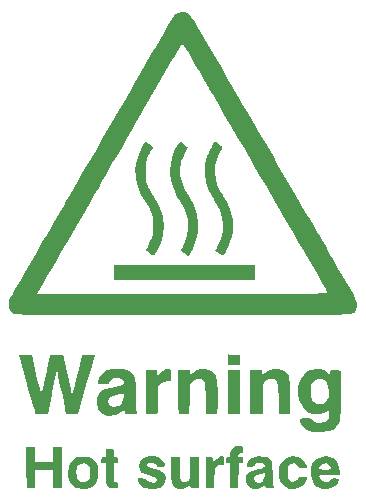
<source format=gto>
%TF.GenerationSoftware,KiCad,Pcbnew,(5.99.0-11336-g5116fa6d12)*%
%TF.CreationDate,2021-08-09T23:44:28+02:00*%
%TF.ProjectId,CautionHot_Sign,43617574-696f-46e4-986f-745f5369676e,rev?*%
%TF.SameCoordinates,Original*%
%TF.FileFunction,Legend,Top*%
%TF.FilePolarity,Positive*%
%FSLAX46Y46*%
G04 Gerber Fmt 4.6, Leading zero omitted, Abs format (unit mm)*
G04 Created by KiCad (PCBNEW (5.99.0-11336-g5116fa6d12)) date 2021-08-09 23:44:28*
%MOMM*%
%LPD*%
G01*
G04 APERTURE LIST*
G04 APERTURE END LIST*
%TO.C,G\u002A\u002A\u002A*%
G36*
X149985153Y-95347028D02*
G01*
X150135792Y-95462350D01*
X150268462Y-95572630D01*
X150445526Y-95732674D01*
X150521673Y-95835426D01*
X150514705Y-95914309D01*
X150477378Y-95964836D01*
X150225339Y-96350484D01*
X150041160Y-96834822D01*
X149930130Y-97380859D01*
X149897538Y-97951606D01*
X149948672Y-98510073D01*
X150054096Y-98925123D01*
X150171128Y-99204120D01*
X150342548Y-99540355D01*
X150535282Y-99869931D01*
X150575587Y-99932648D01*
X150872411Y-100413438D01*
X151086174Y-100834837D01*
X151237198Y-101245322D01*
X151345807Y-101693371D01*
X151370998Y-101829942D01*
X151426370Y-102231444D01*
X151436640Y-102592154D01*
X151398745Y-102966725D01*
X151309620Y-103409810D01*
X151274155Y-103557294D01*
X151198032Y-103797917D01*
X151082393Y-104086872D01*
X150945556Y-104386264D01*
X150805837Y-104658198D01*
X150681554Y-104864781D01*
X150592698Y-104967114D01*
X150505781Y-104946472D01*
X150347042Y-104855410D01*
X150248402Y-104786145D01*
X150073789Y-104654558D01*
X149955951Y-104563157D01*
X149930960Y-104542156D01*
X149951665Y-104468894D01*
X150033735Y-104305107D01*
X150153933Y-104095532D01*
X150413051Y-103531246D01*
X150547210Y-102901473D01*
X150558860Y-102194583D01*
X150557729Y-102177651D01*
X150514348Y-101800861D01*
X150430141Y-101454169D01*
X150291027Y-101102331D01*
X150082921Y-100710098D01*
X149791742Y-100242225D01*
X149772919Y-100213416D01*
X149380794Y-99491564D01*
X149132693Y-98748410D01*
X149029861Y-97992571D01*
X149073541Y-97232662D01*
X149242847Y-96541356D01*
X149339507Y-96291947D01*
X149466325Y-96014816D01*
X149605192Y-95743658D01*
X149737996Y-95512167D01*
X149846627Y-95354038D01*
X149908831Y-95302294D01*
X149985153Y-95347028D01*
G37*
G36*
X147149805Y-95442214D02*
G01*
X147275444Y-95532907D01*
X147449352Y-95671986D01*
X147554542Y-95778100D01*
X147570385Y-95815426D01*
X147327705Y-96289239D01*
X147155606Y-96673306D01*
X147041653Y-97002109D01*
X146973415Y-97310131D01*
X146944497Y-97551326D01*
X146946365Y-98182317D01*
X147067325Y-98786995D01*
X147314974Y-99390931D01*
X147663647Y-99971412D01*
X148073580Y-100690504D01*
X148342930Y-101432941D01*
X148471460Y-102186253D01*
X148458930Y-102937972D01*
X148305103Y-103675628D01*
X148009740Y-104386752D01*
X147756022Y-104807988D01*
X147616663Y-105012800D01*
X147300709Y-104780444D01*
X147127502Y-104642127D01*
X147022584Y-104536887D01*
X147006701Y-104500927D01*
X147048744Y-104415505D01*
X147139387Y-104233719D01*
X147260110Y-103992694D01*
X147276993Y-103959055D01*
X147530921Y-103296125D01*
X147637916Y-102615305D01*
X147596755Y-101924465D01*
X147594952Y-101913765D01*
X147536773Y-101641431D01*
X147450110Y-101372710D01*
X147322192Y-101080275D01*
X147140250Y-100736797D01*
X146891515Y-100314948D01*
X146712139Y-100024441D01*
X146377371Y-99351035D01*
X146173546Y-98627955D01*
X146101676Y-97879298D01*
X146162771Y-97129158D01*
X146357844Y-96401632D01*
X146542354Y-95980621D01*
X146705285Y-95665920D01*
X146823563Y-95469344D01*
X146921122Y-95376278D01*
X147021892Y-95372107D01*
X147149805Y-95442214D01*
G37*
G36*
X144340128Y-95535075D02*
G01*
X144550424Y-95693672D01*
X144650056Y-95799302D01*
X144654046Y-95879790D01*
X144577414Y-95962961D01*
X144573069Y-95966584D01*
X144490845Y-96075070D01*
X144375110Y-96276436D01*
X144255569Y-96517349D01*
X144160832Y-96734689D01*
X144098774Y-96923872D01*
X144062581Y-97126869D01*
X144045438Y-97385648D01*
X144040528Y-97742179D01*
X144040412Y-97842294D01*
X144043703Y-98229535D01*
X144057821Y-98508342D01*
X144089135Y-98719625D01*
X144144013Y-98904296D01*
X144228822Y-99103267D01*
X144240638Y-99128607D01*
X144392417Y-99425875D01*
X144565190Y-99726385D01*
X144664400Y-99880701D01*
X145093558Y-100618843D01*
X145380963Y-101383973D01*
X145467000Y-101746703D01*
X145546763Y-102487388D01*
X145485025Y-103199052D01*
X145279123Y-103900724D01*
X145114366Y-104267626D01*
X144942211Y-104601688D01*
X144813608Y-104815465D01*
X144710508Y-104924799D01*
X144614864Y-104945526D01*
X144508627Y-104893486D01*
X144451294Y-104849525D01*
X144268367Y-104706136D01*
X144120259Y-104596694D01*
X144022183Y-104509628D01*
X144042682Y-104425919D01*
X144098093Y-104360519D01*
X144193079Y-104222741D01*
X144317594Y-103999778D01*
X144425988Y-103779386D01*
X144533678Y-103516316D01*
X144601568Y-103259830D01*
X144640755Y-102954991D01*
X144659531Y-102623471D01*
X144657299Y-102121240D01*
X144599053Y-101684026D01*
X144471860Y-101269272D01*
X144262787Y-100834421D01*
X143969637Y-100353340D01*
X143658932Y-99840243D01*
X143438197Y-99377366D01*
X143287438Y-98913777D01*
X143186662Y-98398544D01*
X143177687Y-98335938D01*
X143149971Y-97612382D01*
X143259434Y-96881693D01*
X143498975Y-96175561D01*
X143779578Y-95649498D01*
X144004843Y-95294292D01*
X144340128Y-95535075D01*
G37*
G36*
X153266589Y-107031118D02*
G01*
X141313647Y-107031118D01*
X141313647Y-105761118D01*
X153266589Y-105761118D01*
X153266589Y-107031118D01*
G37*
G36*
X133149955Y-107537645D02*
G01*
X133441596Y-107031118D01*
X133736596Y-106521915D01*
X133997684Y-106071214D01*
X134238784Y-105654966D01*
X134473823Y-105249126D01*
X134716723Y-104829645D01*
X134981411Y-104372476D01*
X135281811Y-103853571D01*
X135631848Y-103248884D01*
X135961438Y-102679500D01*
X136189638Y-102285062D01*
X136445048Y-101843273D01*
X136686243Y-101425796D01*
X136781916Y-101260088D01*
X136896085Y-101062524D01*
X137076522Y-100750590D01*
X137314593Y-100339199D01*
X137601666Y-99843263D01*
X137929107Y-99277696D01*
X138288282Y-98657408D01*
X138670560Y-97997313D01*
X139067306Y-97312323D01*
X139236328Y-97020530D01*
X139779046Y-96083604D01*
X140257960Y-95256751D01*
X140684177Y-94520766D01*
X141068803Y-93856444D01*
X141422945Y-93244580D01*
X141757707Y-92665971D01*
X142084197Y-92101412D01*
X142413520Y-91531698D01*
X142756783Y-90937625D01*
X143125092Y-90299988D01*
X143529553Y-89599583D01*
X143981272Y-88817206D01*
X144485517Y-87943765D01*
X144855526Y-87305037D01*
X145207543Y-86701608D01*
X145533676Y-86146714D01*
X145826032Y-85653586D01*
X146076721Y-85235459D01*
X146277849Y-84905564D01*
X146421526Y-84677136D01*
X146499860Y-84563408D01*
X146504826Y-84557744D01*
X146732495Y-84411660D01*
X147034488Y-84338439D01*
X147349641Y-84347960D01*
X147513287Y-84394842D01*
X147577097Y-84424653D01*
X147640269Y-84466228D01*
X147709710Y-84530339D01*
X147792330Y-84627756D01*
X147895038Y-84769248D01*
X148024742Y-84965585D01*
X148188350Y-85227538D01*
X148392773Y-85565876D01*
X148644918Y-85991370D01*
X148951695Y-86514788D01*
X149320013Y-87146903D01*
X149717995Y-87831706D01*
X150046368Y-88396919D01*
X150368614Y-88951324D01*
X150672580Y-89474038D01*
X150946120Y-89944178D01*
X151177083Y-90340860D01*
X151353320Y-90643201D01*
X151434731Y-90782588D01*
X151531216Y-90947902D01*
X151696616Y-91231733D01*
X151924738Y-91623436D01*
X152209386Y-92112368D01*
X152544367Y-92687886D01*
X152923485Y-93339345D01*
X153340548Y-94056101D01*
X153789361Y-94827512D01*
X154263728Y-95642932D01*
X154757457Y-96491718D01*
X155173661Y-97207294D01*
X155681163Y-98079800D01*
X156176196Y-98930730D01*
X156652364Y-99749094D01*
X157103267Y-100523903D01*
X157522509Y-101244167D01*
X157903691Y-101898897D01*
X158240416Y-102477105D01*
X158526286Y-102967800D01*
X158754904Y-103359993D01*
X158919870Y-103642696D01*
X159000996Y-103781412D01*
X159245154Y-104198047D01*
X159461163Y-104566969D01*
X159663770Y-104913456D01*
X159867725Y-105262788D01*
X160087773Y-105640243D01*
X160338663Y-106071099D01*
X160635142Y-106580636D01*
X160991233Y-107192886D01*
X161307329Y-107740765D01*
X161551748Y-108178862D01*
X161730625Y-108524946D01*
X161850094Y-108796787D01*
X161916287Y-109012155D01*
X161935338Y-109188819D01*
X161913381Y-109344549D01*
X161856550Y-109497114D01*
X161815450Y-109580713D01*
X161791552Y-109633234D01*
X161772316Y-109681404D01*
X161751479Y-109725408D01*
X161722775Y-109765434D01*
X161679941Y-109801667D01*
X161616712Y-109834293D01*
X161526825Y-109863499D01*
X161404016Y-109889471D01*
X161242020Y-109912396D01*
X161034573Y-109932459D01*
X160775412Y-109949847D01*
X160458272Y-109964745D01*
X160076889Y-109977342D01*
X159624998Y-109987822D01*
X159096337Y-109996371D01*
X158484640Y-110003177D01*
X157783644Y-110008425D01*
X156987085Y-110012302D01*
X156088698Y-110014994D01*
X155082219Y-110016687D01*
X153961385Y-110017567D01*
X152719930Y-110017821D01*
X151351592Y-110017635D01*
X149850106Y-110017195D01*
X148209208Y-110016687D01*
X147161782Y-110016429D01*
X145425707Y-110015930D01*
X143833071Y-110015157D01*
X142377901Y-110014066D01*
X141054224Y-110012613D01*
X139856067Y-110010752D01*
X138777456Y-110008440D01*
X137812421Y-110005631D01*
X136954987Y-110002282D01*
X136199181Y-109998347D01*
X135539031Y-109993782D01*
X134968564Y-109988543D01*
X134481806Y-109982584D01*
X134072786Y-109975862D01*
X133735530Y-109968332D01*
X133464065Y-109959949D01*
X133252419Y-109950668D01*
X133094618Y-109940446D01*
X132984690Y-109929238D01*
X132916661Y-109916998D01*
X132895394Y-109910009D01*
X132647699Y-109724972D01*
X132484584Y-109438316D01*
X132424110Y-109082209D01*
X132424071Y-109070563D01*
X132437971Y-108958129D01*
X132484485Y-108808957D01*
X132571276Y-108607683D01*
X132706008Y-108338948D01*
X132766937Y-108226412D01*
X134818436Y-108226412D01*
X147150799Y-108226412D01*
X148765568Y-108226269D01*
X150237204Y-108225804D01*
X151571985Y-108224965D01*
X152776189Y-108223698D01*
X153856094Y-108221951D01*
X154817978Y-108219670D01*
X155668119Y-108216804D01*
X156412797Y-108213298D01*
X157058287Y-108209101D01*
X157610870Y-108204158D01*
X158076823Y-108198418D01*
X158462424Y-108191828D01*
X158773952Y-108184334D01*
X159017684Y-108175883D01*
X159199898Y-108166423D01*
X159326874Y-108155901D01*
X159404889Y-108144264D01*
X159440220Y-108131459D01*
X159443418Y-108122840D01*
X159401076Y-108045345D01*
X159288439Y-107847417D01*
X159110502Y-107537675D01*
X158872263Y-107124739D01*
X158578719Y-106617227D01*
X158234868Y-106023761D01*
X157845706Y-105352960D01*
X157416231Y-104613443D01*
X156951440Y-103813830D01*
X156456330Y-102962741D01*
X155935898Y-102068795D01*
X155469716Y-101268575D01*
X154873596Y-100245502D01*
X154258339Y-99189347D01*
X153633267Y-98116125D01*
X153007702Y-97041851D01*
X152390966Y-95982540D01*
X151792382Y-94954207D01*
X151221271Y-93972867D01*
X150686957Y-93054536D01*
X150198760Y-92215228D01*
X149766004Y-91470959D01*
X149398009Y-90837744D01*
X149356909Y-90766993D01*
X148959280Y-90083730D01*
X148583532Y-89440488D01*
X148236407Y-88848650D01*
X147924649Y-88319597D01*
X147655000Y-87864709D01*
X147434203Y-87495368D01*
X147269001Y-87222955D01*
X147166138Y-87058851D01*
X147132772Y-87013023D01*
X147119927Y-87019529D01*
X147096969Y-87045432D01*
X147059394Y-87098414D01*
X147002698Y-87186158D01*
X146922376Y-87316345D01*
X146813924Y-87496657D01*
X146672838Y-87734777D01*
X146494613Y-88038385D01*
X146274746Y-88415164D01*
X146008732Y-88872796D01*
X145692066Y-89418963D01*
X145320244Y-90061347D01*
X144888763Y-90807630D01*
X144393117Y-91665493D01*
X143828803Y-92642619D01*
X143630288Y-92986412D01*
X143228150Y-93682746D01*
X142827507Y-94376270D01*
X142438658Y-95049174D01*
X142071901Y-95683643D01*
X141737534Y-96261867D01*
X141445857Y-96766032D01*
X141207167Y-97178326D01*
X141031763Y-97480937D01*
X141017149Y-97506118D01*
X140858724Y-97779382D01*
X140634715Y-98166256D01*
X140354247Y-98650959D01*
X140026445Y-99217709D01*
X139660436Y-99850724D01*
X139265344Y-100534222D01*
X138850295Y-101252422D01*
X138424414Y-101989541D01*
X138101385Y-102548765D01*
X137678872Y-103280233D01*
X137264664Y-103997220D01*
X136867256Y-104685032D01*
X136495141Y-105328971D01*
X136156814Y-105914342D01*
X135860767Y-106426449D01*
X135615495Y-106850595D01*
X135429491Y-107172085D01*
X135327255Y-107348618D01*
X134818436Y-108226412D01*
X132766937Y-108226412D01*
X132896347Y-107987389D01*
X133149955Y-107537645D01*
G37*
G36*
X151268201Y-113356692D02*
G01*
X151532538Y-113368329D01*
X151753794Y-113375368D01*
X151996589Y-113381118D01*
X151996589Y-114277588D01*
X151025412Y-114277588D01*
X151025407Y-113810677D01*
X151025401Y-113343765D01*
X151268201Y-113356692D01*
G37*
G36*
X155570886Y-114660421D02*
G01*
X155793477Y-114776732D01*
X155940432Y-114897016D01*
X156052704Y-115028940D01*
X156134868Y-115193677D01*
X156191500Y-115412398D01*
X156227176Y-115706275D01*
X156246471Y-116096479D01*
X156253960Y-116604182D01*
X156254708Y-116910971D01*
X156254824Y-118386412D01*
X156068059Y-118394416D01*
X155867468Y-118402468D01*
X155619161Y-118411773D01*
X155582471Y-118413093D01*
X155283647Y-118423765D01*
X155277504Y-117303177D01*
X155272321Y-116781510D01*
X155261912Y-116386239D01*
X155244245Y-116094382D01*
X155217287Y-115882956D01*
X155179007Y-115728980D01*
X155127793Y-115610257D01*
X154974630Y-115465739D01*
X154747470Y-115410490D01*
X154488842Y-115440258D01*
X154241271Y-115550788D01*
X154062307Y-115716810D01*
X154005004Y-115804827D01*
X153964143Y-115907776D01*
X153937105Y-116050800D01*
X153921268Y-116259041D01*
X153914011Y-116557642D01*
X153912713Y-116971748D01*
X153913178Y-117147465D01*
X153917360Y-118372777D01*
X153648003Y-118398271D01*
X153384046Y-118409408D01*
X153135853Y-118400355D01*
X152893059Y-118376945D01*
X152893059Y-114651118D01*
X153864236Y-114651118D01*
X153864236Y-115112635D01*
X154086455Y-114925649D01*
X154418548Y-114724335D01*
X154806057Y-114610460D01*
X155204872Y-114587873D01*
X155570886Y-114660421D01*
G37*
G36*
X151996589Y-118373663D02*
G01*
X151025099Y-118423765D01*
X151025255Y-116537441D01*
X151025412Y-114651118D01*
X151996589Y-114651118D01*
X151996589Y-118373663D01*
G37*
G36*
X149126646Y-114603036D02*
G01*
X149523830Y-114712485D01*
X149816638Y-114922114D01*
X149964672Y-115129123D01*
X150012709Y-115284889D01*
X150053402Y-115546638D01*
X150086290Y-115888419D01*
X150110916Y-116284277D01*
X150126819Y-116708260D01*
X150133540Y-117134414D01*
X150130621Y-117536786D01*
X150117602Y-117889424D01*
X150094023Y-118166374D01*
X150059427Y-118341682D01*
X150022389Y-118391392D01*
X149882755Y-118395184D01*
X149656628Y-118399345D01*
X149512618Y-118401414D01*
X149120412Y-118406456D01*
X149099948Y-117073316D01*
X149091508Y-116593576D01*
X149081233Y-116240057D01*
X149066329Y-115989572D01*
X149044005Y-115818934D01*
X149011468Y-115704954D01*
X148965927Y-115624447D01*
X148918837Y-115569177D01*
X148688919Y-115421461D01*
X148420352Y-115406576D01*
X148140096Y-115523120D01*
X148019679Y-115615984D01*
X147775706Y-115833792D01*
X147738353Y-117128778D01*
X147701000Y-118423765D01*
X147319181Y-118427227D01*
X147082890Y-118423981D01*
X146904851Y-118411857D01*
X146852269Y-118402325D01*
X146823218Y-118340099D01*
X146800668Y-118169163D01*
X146784222Y-117880698D01*
X146773482Y-117465884D01*
X146768052Y-116915903D01*
X146767177Y-116512539D01*
X146767177Y-114651118D01*
X147738353Y-114651118D01*
X147738353Y-115114831D01*
X147998227Y-114886659D01*
X148337992Y-114673781D01*
X148738950Y-114585495D01*
X149126646Y-114603036D01*
G37*
G36*
X146108605Y-114596292D02*
G01*
X146163847Y-114685288D01*
X146177000Y-114837883D01*
X146183437Y-115156423D01*
X146183193Y-115401391D01*
X146176960Y-115528912D01*
X146105223Y-115565148D01*
X145931284Y-115594207D01*
X145814636Y-115603340D01*
X145558006Y-115638190D01*
X145376304Y-115730694D01*
X145254383Y-115847313D01*
X145048942Y-116072887D01*
X145048942Y-117229649D01*
X145048320Y-117667824D01*
X145044332Y-117978670D01*
X145033793Y-118184270D01*
X145013516Y-118306708D01*
X144980316Y-118368066D01*
X144931009Y-118390428D01*
X144880853Y-118394928D01*
X144486926Y-118411838D01*
X144226697Y-118415288D01*
X144085050Y-118405155D01*
X144047368Y-118388219D01*
X144042555Y-118305717D01*
X144038765Y-118094592D01*
X144036126Y-117775631D01*
X144034766Y-117369620D01*
X144034814Y-116897345D01*
X144035826Y-116518765D01*
X144042648Y-114688471D01*
X144508442Y-114666230D01*
X144974236Y-114643988D01*
X144974236Y-115260229D01*
X145169899Y-115027696D01*
X145454352Y-114766555D01*
X145765403Y-114610789D01*
X145979055Y-114576412D01*
X146108605Y-114596292D01*
G37*
G36*
X139170816Y-113366358D02*
G01*
X139409172Y-113372052D01*
X139603347Y-113382486D01*
X139705104Y-113396955D01*
X139709894Y-113399947D01*
X139693441Y-113473440D01*
X139640125Y-113674047D01*
X139554534Y-113985333D01*
X139441254Y-114390865D01*
X139304871Y-114874209D01*
X139149973Y-115418930D01*
X139006261Y-115921118D01*
X138288059Y-118423765D01*
X137810702Y-118407094D01*
X137559471Y-118393833D01*
X137374914Y-118375677D01*
X137301214Y-118358293D01*
X137278190Y-118279185D01*
X137230425Y-118073740D01*
X137162278Y-117762169D01*
X137078107Y-117364685D01*
X136982273Y-116901501D01*
X136904094Y-116516859D01*
X136802362Y-116017276D01*
X136709068Y-115568075D01*
X136628555Y-115189448D01*
X136565166Y-114901585D01*
X136523242Y-114724678D01*
X136508383Y-114676834D01*
X136477747Y-114721444D01*
X136439165Y-114870356D01*
X136428132Y-114928762D01*
X136398384Y-115085962D01*
X136343700Y-115362938D01*
X136269414Y-115733149D01*
X136180859Y-116170060D01*
X136083369Y-116647130D01*
X136056031Y-116780236D01*
X135733460Y-118349059D01*
X135226949Y-118386412D01*
X134942464Y-118396607D01*
X134756442Y-118380567D01*
X134696280Y-118349059D01*
X134670597Y-118261873D01*
X134608640Y-118048220D01*
X134515352Y-117725247D01*
X134395677Y-117310100D01*
X134254560Y-116819927D01*
X134096943Y-116271874D01*
X133969317Y-115827736D01*
X133266512Y-113381118D01*
X134354224Y-113381118D01*
X134744315Y-115005971D01*
X134859674Y-115481625D01*
X134966032Y-115911049D01*
X135057696Y-116271990D01*
X135128976Y-116542190D01*
X135174180Y-116699397D01*
X135184596Y-116727537D01*
X135212880Y-116685771D01*
X135265124Y-116516268D01*
X135336635Y-116237927D01*
X135422719Y-115869650D01*
X135518684Y-115430338D01*
X135580900Y-115131490D01*
X135680516Y-114649046D01*
X135771464Y-114217585D01*
X135849190Y-113857977D01*
X135909144Y-113591094D01*
X135946772Y-113437807D01*
X135956531Y-113409214D01*
X136052110Y-113385810D01*
X136247264Y-113374051D01*
X136493183Y-113373061D01*
X136741055Y-113381963D01*
X136942069Y-113399879D01*
X137047414Y-113425933D01*
X137050741Y-113428876D01*
X137081601Y-113518315D01*
X137135816Y-113732030D01*
X137208300Y-114047613D01*
X137293967Y-114442662D01*
X137387731Y-114894769D01*
X137421452Y-115062000D01*
X137516426Y-115532294D01*
X137603755Y-115956852D01*
X137678521Y-116312401D01*
X137735810Y-116575665D01*
X137770703Y-116723369D01*
X137776501Y-116742883D01*
X137804377Y-116705673D01*
X137860739Y-116541241D01*
X137940409Y-116267934D01*
X138038210Y-115904099D01*
X138148964Y-115468085D01*
X138229759Y-115136706D01*
X138346991Y-114651939D01*
X138453879Y-114217303D01*
X138545223Y-113853342D01*
X138615826Y-113580601D01*
X138660491Y-113419624D01*
X138673031Y-113384775D01*
X138754509Y-113372014D01*
X138936516Y-113366110D01*
X139170816Y-113366358D01*
G37*
G36*
X140054997Y-116701674D02*
G01*
X140276596Y-116475222D01*
X140610692Y-116306382D01*
X141071051Y-116183398D01*
X141343150Y-116136868D01*
X141762051Y-116049650D01*
X142035280Y-115933929D01*
X142163964Y-115789022D01*
X142160631Y-115642665D01*
X142028880Y-115446742D01*
X141794919Y-115343955D01*
X141560839Y-115323471D01*
X141282746Y-115368621D01*
X141067598Y-115488316D01*
X140951102Y-115658919D01*
X140940118Y-115734353D01*
X140907985Y-115796880D01*
X140793040Y-115831807D01*
X140567466Y-115845473D01*
X140448594Y-115846412D01*
X139957070Y-115846412D01*
X140007761Y-115603618D01*
X140153619Y-115197132D01*
X140402030Y-114893911D01*
X140756714Y-114691456D01*
X141221390Y-114587269D01*
X141545409Y-114570880D01*
X142072252Y-114598454D01*
X142476912Y-114686652D01*
X142776741Y-114842671D01*
X142989089Y-115073711D01*
X143058069Y-115198431D01*
X143104953Y-115324687D01*
X143138769Y-115491608D01*
X143161392Y-115723089D01*
X143174698Y-116043029D01*
X143180562Y-116475321D01*
X143181294Y-116768440D01*
X143185483Y-117254620D01*
X143197452Y-117648782D01*
X143216302Y-117934623D01*
X143241135Y-118095841D01*
X143256000Y-118124941D01*
X143324739Y-118233032D01*
X143330706Y-118278762D01*
X143295983Y-118337895D01*
X143174552Y-118371641D01*
X142940517Y-118385345D01*
X142809188Y-118386412D01*
X142534521Y-118382798D01*
X142373602Y-118364247D01*
X142290807Y-118319197D01*
X142250513Y-118236084D01*
X142241420Y-118202134D01*
X142195169Y-118017855D01*
X141898825Y-118256003D01*
X141708781Y-118391684D01*
X141525705Y-118468587D01*
X141289062Y-118506719D01*
X141103212Y-118518965D01*
X140794434Y-118523004D01*
X140578898Y-118491916D01*
X140402708Y-118416556D01*
X140364774Y-118393693D01*
X140104184Y-118158755D01*
X139950055Y-117839868D01*
X139894646Y-117420264D01*
X139894236Y-117374443D01*
X139903677Y-117280536D01*
X140865412Y-117280536D01*
X140923397Y-117546052D01*
X141082195Y-117717728D01*
X141319074Y-117785749D01*
X141611302Y-117740299D01*
X141771478Y-117671744D01*
X141987169Y-117483963D01*
X142140996Y-117198883D01*
X142208847Y-116863770D01*
X142210118Y-116811995D01*
X142194377Y-116652878D01*
X142134573Y-116611903D01*
X142088441Y-116624177D01*
X141944432Y-116669590D01*
X141723250Y-116729625D01*
X141621529Y-116755140D01*
X141263832Y-116857293D01*
X141033282Y-116964681D01*
X140907950Y-117092543D01*
X140865904Y-117256117D01*
X140865412Y-117280536D01*
X139903677Y-117280536D01*
X139932132Y-116997495D01*
X140054997Y-116701674D01*
G37*
G36*
X157035596Y-115726434D02*
G01*
X157225610Y-115286080D01*
X157394912Y-115051205D01*
X157686710Y-114788496D01*
X158020534Y-114636285D01*
X158435927Y-114578190D01*
X158540812Y-114576412D01*
X158822477Y-114604269D01*
X159093334Y-114677175D01*
X159314355Y-114779137D01*
X159446507Y-114894160D01*
X159467177Y-114956034D01*
X159524207Y-115022694D01*
X159541883Y-115024647D01*
X159598041Y-114960715D01*
X159616589Y-114837883D01*
X159626312Y-114733667D01*
X159679074Y-114677809D01*
X159810261Y-114655297D01*
X160055261Y-114651118D01*
X160056831Y-114651118D01*
X160346527Y-114667328D01*
X160502761Y-114714739D01*
X160526692Y-114744500D01*
X160534129Y-114841566D01*
X160539965Y-115067460D01*
X160544029Y-115401607D01*
X160546152Y-115823430D01*
X160546163Y-116312355D01*
X160543981Y-116833421D01*
X160539831Y-117432890D01*
X160534604Y-117902751D01*
X160526703Y-118262808D01*
X160514531Y-118532865D01*
X160496489Y-118732724D01*
X160470981Y-118882188D01*
X160436408Y-119001062D01*
X160391174Y-119109149D01*
X160354267Y-119185070D01*
X160142522Y-119493952D01*
X159850704Y-119713051D01*
X159460732Y-119851493D01*
X158954522Y-119918404D01*
X158894993Y-119921599D01*
X158581190Y-119927612D01*
X158297452Y-119917595D01*
X158099957Y-119893730D01*
X158085118Y-119890145D01*
X157695588Y-119738118D01*
X157382479Y-119519168D01*
X157169016Y-119255455D01*
X157078424Y-118969143D01*
X157076868Y-118928030D01*
X157087665Y-118838214D01*
X157142565Y-118787780D01*
X157274770Y-118765465D01*
X157517480Y-118760004D01*
X157572287Y-118759941D01*
X157852616Y-118767227D01*
X158031298Y-118797911D01*
X158155752Y-118865236D01*
X158241073Y-118946706D01*
X158383094Y-119065431D01*
X158558008Y-119120890D01*
X158794652Y-119133471D01*
X159141832Y-119089133D01*
X159375837Y-118949980D01*
X159505945Y-118706804D01*
X159541883Y-118392059D01*
X159541883Y-118017385D01*
X159269987Y-118201899D01*
X159048286Y-118321387D01*
X158801720Y-118376428D01*
X158565145Y-118386412D01*
X158155112Y-118358802D01*
X157839119Y-118265451D01*
X157570391Y-118090580D01*
X157499306Y-118026806D01*
X157222077Y-117668097D01*
X157035887Y-117224352D01*
X156941940Y-116729924D01*
X156941593Y-116374984D01*
X157985429Y-116374984D01*
X157994767Y-116835703D01*
X158085776Y-117176085D01*
X158264182Y-117404462D01*
X158535711Y-117529166D01*
X158799414Y-117559591D01*
X159090696Y-117502825D01*
X159233549Y-117408062D01*
X159406389Y-117194408D01*
X159504434Y-116926750D01*
X159540838Y-116565188D01*
X159541883Y-116472839D01*
X159493354Y-116069074D01*
X159360122Y-115748005D01*
X159160716Y-115522026D01*
X158913669Y-115403534D01*
X158637510Y-115404924D01*
X158350770Y-115538593D01*
X158257321Y-115613542D01*
X158130481Y-115738999D01*
X158054686Y-115864193D01*
X158013342Y-116035594D01*
X157989856Y-116299674D01*
X157985429Y-116374984D01*
X156941593Y-116374984D01*
X156941441Y-116219167D01*
X157035596Y-115726434D01*
G37*
G36*
X152215434Y-121126005D02*
G01*
X152282715Y-121245783D01*
X152295412Y-121411447D01*
X152278549Y-121586900D01*
X152203272Y-121664181D01*
X152089971Y-121687185D01*
X151921044Y-121749086D01*
X151860657Y-121878912D01*
X151866142Y-121996507D01*
X151955564Y-122041611D01*
X152070832Y-122047000D01*
X152229851Y-122060166D01*
X152286118Y-122130670D01*
X152281469Y-122289794D01*
X152245184Y-122460420D01*
X152156887Y-122526333D01*
X152071294Y-122533913D01*
X151884530Y-122535238D01*
X151843074Y-124661706D01*
X151174824Y-124661706D01*
X151174824Y-122569941D01*
X150988059Y-122569941D01*
X150861758Y-122550406D01*
X150810052Y-122462496D01*
X150801294Y-122308471D01*
X150815248Y-122131649D01*
X150878041Y-122059261D01*
X150988059Y-122047000D01*
X151108388Y-122030690D01*
X151161871Y-121953757D01*
X151174757Y-121774200D01*
X151174824Y-121748177D01*
X151225374Y-121456881D01*
X151384398Y-121256997D01*
X151662960Y-121137232D01*
X151799135Y-121110875D01*
X152063922Y-121086899D01*
X152215434Y-121126005D01*
G37*
G36*
X150577057Y-121984774D02*
G01*
X150631606Y-122047654D01*
X150650179Y-122199096D01*
X150651883Y-122345824D01*
X150647554Y-122566882D01*
X150617550Y-122677107D01*
X150536339Y-122715076D01*
X150404691Y-122719353D01*
X150195550Y-122732570D01*
X150047902Y-122787012D01*
X149950163Y-122904866D01*
X149890751Y-123108319D01*
X149858082Y-123419557D01*
X149842366Y-123796422D01*
X149817261Y-124661706D01*
X149157765Y-124661706D01*
X149157765Y-122047000D01*
X149456589Y-122047000D01*
X149648831Y-122056864D01*
X149734292Y-122104791D01*
X149755225Y-122218286D01*
X149755412Y-122241504D01*
X149755412Y-122436008D01*
X150019482Y-122204151D01*
X150218112Y-122063255D01*
X150407879Y-121981004D01*
X150467717Y-121972294D01*
X150577057Y-121984774D01*
G37*
G36*
X140846736Y-121310522D02*
G01*
X141102536Y-121332675D01*
X141242994Y-121390612D01*
X141302044Y-121513792D01*
X141313647Y-121715858D01*
X141321666Y-121921336D01*
X141360870Y-122017934D01*
X141453985Y-122045942D01*
X141500412Y-122047000D01*
X141626713Y-122066536D01*
X141678419Y-122154446D01*
X141687177Y-122308471D01*
X141673223Y-122485293D01*
X141610430Y-122557680D01*
X141500412Y-122569941D01*
X141313647Y-122569941D01*
X141313647Y-124138765D01*
X141500412Y-124138765D01*
X141626713Y-124158300D01*
X141678419Y-124246210D01*
X141687177Y-124400236D01*
X141687177Y-124661706D01*
X141280531Y-124661706D01*
X141026305Y-124650336D01*
X140872350Y-124606044D01*
X140770571Y-124513561D01*
X140757589Y-124495672D01*
X140703630Y-124379712D01*
X140668226Y-124197709D01*
X140648465Y-123923465D01*
X140641433Y-123530782D01*
X140641294Y-123449789D01*
X140641294Y-122569941D01*
X140454530Y-122569941D01*
X140328228Y-122550406D01*
X140276523Y-122462496D01*
X140267765Y-122308471D01*
X140281719Y-122131649D01*
X140344512Y-122059261D01*
X140454530Y-122047000D01*
X140565465Y-122034853D01*
X140620750Y-121972914D01*
X140639552Y-121822934D01*
X140641294Y-121674308D01*
X140646468Y-121453688D01*
X140676124Y-121344900D01*
X140751464Y-121310402D01*
X140846736Y-121310522D01*
G37*
G36*
X134664824Y-122420530D02*
G01*
X136158942Y-122420530D01*
X136158942Y-121150530D01*
X136906000Y-121150530D01*
X136906000Y-124661706D01*
X136158942Y-124661706D01*
X136158942Y-123092883D01*
X134664824Y-123092883D01*
X134664824Y-124661706D01*
X133936461Y-124661706D01*
X133925403Y-122906118D01*
X133914346Y-121150530D01*
X134664824Y-121150530D01*
X134664824Y-122420530D01*
G37*
G36*
X158375508Y-122281426D02*
G01*
X158660379Y-122077255D01*
X158942639Y-121993688D01*
X159289267Y-121978617D01*
X159632780Y-122030254D01*
X159841872Y-122108557D01*
X160091867Y-122314005D01*
X160290606Y-122618877D01*
X160412469Y-122975404D01*
X160438353Y-123220771D01*
X160438353Y-123541118D01*
X159579236Y-123541118D01*
X159208308Y-123543196D01*
X158961883Y-123551996D01*
X158815078Y-123571363D01*
X158743010Y-123605143D01*
X158720797Y-123657182D01*
X158720118Y-123673907D01*
X158761585Y-123834558D01*
X158836413Y-123972731D01*
X158999610Y-124097261D01*
X159223267Y-124146595D01*
X159448297Y-124119500D01*
X159615615Y-124014744D01*
X159633926Y-123989353D01*
X159751010Y-123883472D01*
X159952558Y-123842182D01*
X160041032Y-123839941D01*
X160244067Y-123853272D01*
X160374651Y-123886652D01*
X160392720Y-123901249D01*
X160382432Y-123999183D01*
X160308493Y-124162028D01*
X160288000Y-124197059D01*
X160049317Y-124456139D01*
X159721405Y-124635717D01*
X159346867Y-124726609D01*
X158968303Y-124719630D01*
X158628317Y-124605595D01*
X158567117Y-124568070D01*
X158265546Y-124282911D01*
X158074168Y-123904332D01*
X157995990Y-123517593D01*
X158004861Y-123031437D01*
X158010043Y-123014656D01*
X158734600Y-123014656D01*
X158848057Y-123071397D01*
X159090422Y-123091758D01*
X159205706Y-123092883D01*
X159469078Y-123087959D01*
X159615937Y-123066710D01*
X159679039Y-123019416D01*
X159691294Y-122948807D01*
X159628111Y-122758381D01*
X159468533Y-122627557D01*
X159257515Y-122567528D01*
X159040015Y-122589487D01*
X158860989Y-122704624D01*
X158836413Y-122735976D01*
X158735552Y-122907520D01*
X158734600Y-123014656D01*
X158010043Y-123014656D01*
X158133575Y-122614595D01*
X158375508Y-122281426D01*
G37*
G36*
X156874470Y-122017033D02*
G01*
X157164479Y-122123802D01*
X157270568Y-122199799D01*
X157411292Y-122365155D01*
X157547186Y-122579081D01*
X157645233Y-122783999D01*
X157674236Y-122903718D01*
X157607187Y-122926874D01*
X157436581Y-122941204D01*
X157318421Y-122943471D01*
X157090215Y-122931369D01*
X156963290Y-122882793D01*
X156890614Y-122779340D01*
X156888862Y-122775383D01*
X156755298Y-122633920D01*
X156551770Y-122574220D01*
X156335508Y-122599652D01*
X156163743Y-122713582D01*
X156149863Y-122731889D01*
X156072384Y-122932633D01*
X156035293Y-123217309D01*
X156040260Y-123525538D01*
X156088956Y-123796946D01*
X156118220Y-123875570D01*
X156269224Y-124056975D01*
X156476233Y-124130588D01*
X156691862Y-124096393D01*
X156868728Y-123954373D01*
X156914238Y-123875858D01*
X156990039Y-123759310D01*
X157109967Y-123704779D01*
X157324382Y-123690574D01*
X157344556Y-123690530D01*
X157553534Y-123695403D01*
X157647153Y-123725451D01*
X157659451Y-123803818D01*
X157640014Y-123891414D01*
X157482837Y-124236433D01*
X157222515Y-124501531D01*
X156889018Y-124674637D01*
X156512319Y-124743683D01*
X156122390Y-124696596D01*
X155880129Y-124600149D01*
X155607177Y-124378768D01*
X155416580Y-124065050D01*
X155308297Y-123691301D01*
X155282291Y-123289823D01*
X155338521Y-122892920D01*
X155476948Y-122532898D01*
X155697533Y-122242059D01*
X155883156Y-122106403D01*
X156179934Y-122004707D01*
X156528330Y-121976126D01*
X156874470Y-122017033D01*
G37*
G36*
X152594128Y-123502012D02*
G01*
X152622944Y-123448528D01*
X152772746Y-123324370D01*
X153002087Y-123203364D01*
X153243714Y-123116527D01*
X153394924Y-123092466D01*
X153553156Y-123072673D01*
X153770010Y-123024536D01*
X153808206Y-123014249D01*
X154017491Y-122913976D01*
X154092874Y-122775911D01*
X154027278Y-122616005D01*
X153998706Y-122584883D01*
X153842196Y-122508800D01*
X153639431Y-122504516D01*
X153442260Y-122559676D01*
X153302529Y-122661926D01*
X153266589Y-122759335D01*
X153219520Y-122832064D01*
X153062232Y-122864873D01*
X152930412Y-122868765D01*
X152722191Y-122860268D01*
X152623555Y-122821461D01*
X152595036Y-122732369D01*
X152594236Y-122698623D01*
X152663230Y-122446704D01*
X152850157Y-122215587D01*
X153043296Y-122083926D01*
X153305963Y-122001059D01*
X153630190Y-121973781D01*
X153972601Y-121996765D01*
X154289818Y-122064688D01*
X154538465Y-122172224D01*
X154658204Y-122282172D01*
X154685257Y-122391161D01*
X154713501Y-122618547D01*
X154739943Y-122933370D01*
X154761591Y-123304674D01*
X154765448Y-123391706D01*
X154785284Y-123774685D01*
X154809875Y-124111319D01*
X154836365Y-124369500D01*
X154861896Y-124517121D01*
X154866823Y-124530971D01*
X154884412Y-124607895D01*
X154826619Y-124647074D01*
X154663440Y-124660682D01*
X154544581Y-124661706D01*
X154317351Y-124654026D01*
X154202897Y-124621663D01*
X154164966Y-124550633D01*
X154163059Y-124514546D01*
X154154031Y-124429825D01*
X154104855Y-124420359D01*
X153982392Y-124490701D01*
X153891164Y-124551899D01*
X153552222Y-124710275D01*
X153212501Y-124740549D01*
X152903020Y-124643631D01*
X152737901Y-124518041D01*
X152596901Y-124347829D01*
X152534009Y-124167128D01*
X152521906Y-123939070D01*
X152528249Y-123866762D01*
X153191883Y-123866762D01*
X153250791Y-124068304D01*
X153401904Y-124187118D01*
X153606808Y-124213017D01*
X153827086Y-124135813D01*
X153924855Y-124061149D01*
X154063561Y-123833670D01*
X154088353Y-123657028D01*
X154088353Y-123405230D01*
X153721466Y-123502013D01*
X153446253Y-123580898D01*
X153286707Y-123650520D01*
X153212198Y-123731975D01*
X153192098Y-123846356D01*
X153191883Y-123866762D01*
X152528249Y-123866762D01*
X152543164Y-123696736D01*
X152594128Y-123502012D01*
G37*
G36*
X146916589Y-123003235D02*
G01*
X146923819Y-123482289D01*
X146945683Y-123815687D01*
X146982446Y-124006490D01*
X147006236Y-124049118D01*
X147178806Y-124128734D01*
X147402420Y-124121490D01*
X147611074Y-124033388D01*
X147663647Y-123989353D01*
X147727791Y-123910100D01*
X147770613Y-123805227D01*
X147796295Y-123645473D01*
X147809015Y-123401574D01*
X147812955Y-123044269D01*
X147813059Y-122943471D01*
X147813059Y-122047000D01*
X148560118Y-122047000D01*
X148560118Y-124661706D01*
X148186589Y-124661706D01*
X147945308Y-124647816D01*
X147830238Y-124602258D01*
X147813059Y-124557701D01*
X147785516Y-124504573D01*
X147683635Y-124525598D01*
X147535793Y-124595053D01*
X147160373Y-124718767D01*
X146801335Y-124706999D01*
X146617765Y-124640889D01*
X146450176Y-124525802D01*
X146327766Y-124358440D01*
X146244616Y-124117615D01*
X146194806Y-123782137D01*
X146172418Y-123330818D01*
X146169646Y-123036853D01*
X146169530Y-122047000D01*
X146916589Y-122047000D01*
X146916589Y-123003235D01*
G37*
G36*
X144739292Y-121982646D02*
G01*
X145077793Y-122060708D01*
X145359004Y-122214240D01*
X145537821Y-122426893D01*
X145636423Y-122657079D01*
X145630369Y-122792749D01*
X145508625Y-122855828D01*
X145315446Y-122868765D01*
X145095812Y-122854463D01*
X144981094Y-122800330D01*
X144936938Y-122719527D01*
X144834725Y-122589846D01*
X144659907Y-122517785D01*
X144459319Y-122503392D01*
X144279799Y-122546718D01*
X144168183Y-122647813D01*
X144152471Y-122718690D01*
X144185444Y-122803658D01*
X144296788Y-122883320D01*
X144505139Y-122965527D01*
X144829133Y-123058131D01*
X145139348Y-123134438D01*
X145432683Y-123268600D01*
X145635072Y-123494330D01*
X145719981Y-123780458D01*
X145721015Y-123817698D01*
X145657934Y-124173469D01*
X145478883Y-124450563D01*
X145198008Y-124628661D01*
X145143793Y-124646844D01*
X144784849Y-124715524D01*
X144399424Y-124727680D01*
X144051547Y-124684026D01*
X143890971Y-124632876D01*
X143631081Y-124474007D01*
X143470095Y-124246415D01*
X143407489Y-124071299D01*
X143341136Y-123839941D01*
X143668702Y-123839941D01*
X143931490Y-123868699D01*
X144123354Y-123971970D01*
X144183032Y-124026706D01*
X144418782Y-124175438D01*
X144682837Y-124208904D01*
X144923104Y-124120699D01*
X144926670Y-124118118D01*
X145019475Y-123989738D01*
X144976826Y-123858082D01*
X144810997Y-123742252D01*
X144649054Y-123686067D01*
X144268509Y-123583149D01*
X144003738Y-123500222D01*
X143824592Y-123425171D01*
X143700923Y-123345886D01*
X143624722Y-123274530D01*
X143500495Y-123045282D01*
X143466768Y-122757028D01*
X143529001Y-122473609D01*
X143552121Y-122425580D01*
X143749917Y-122201520D01*
X144038368Y-122053027D01*
X144380488Y-121980077D01*
X144739292Y-121982646D01*
G37*
G36*
X137485814Y-122932125D02*
G01*
X137630284Y-122560261D01*
X137871163Y-122249929D01*
X137976037Y-122163433D01*
X138213627Y-122059444D01*
X138535900Y-122005724D01*
X138888413Y-122002265D01*
X139216719Y-122049057D01*
X139466374Y-122146092D01*
X139491936Y-122163675D01*
X139733408Y-122368612D01*
X139887072Y-122576279D01*
X139971086Y-122828717D01*
X140003614Y-123167968D01*
X140006294Y-123354353D01*
X139990474Y-123745258D01*
X139931034Y-124030823D01*
X139810005Y-124252903D01*
X139609419Y-124453350D01*
X139496609Y-124541542D01*
X139269490Y-124644748D01*
X138955715Y-124706057D01*
X138613159Y-124721457D01*
X138299694Y-124686936D01*
X138138647Y-124635684D01*
X137831481Y-124418479D01*
X137610587Y-124108699D01*
X137477993Y-123737166D01*
X137435828Y-123335677D01*
X138150732Y-123335677D01*
X138171497Y-123564688D01*
X138245056Y-123811453D01*
X138347150Y-123998555D01*
X138364433Y-124017701D01*
X138555376Y-124116311D01*
X138802145Y-124132312D01*
X139037479Y-124067791D01*
X139143010Y-123993520D01*
X139274557Y-123778976D01*
X139339227Y-123497380D01*
X139339337Y-123194504D01*
X139277207Y-122916124D01*
X139155155Y-122708014D01*
X139074749Y-122645866D01*
X138808659Y-122571098D01*
X138546680Y-122607635D01*
X138327999Y-122737192D01*
X138191799Y-122941483D01*
X138166662Y-123069616D01*
X138156374Y-123248040D01*
X138150732Y-123335677D01*
X137435828Y-123335677D01*
X137435726Y-123334701D01*
X137485814Y-122932125D01*
G37*
%TD*%
M02*

</source>
